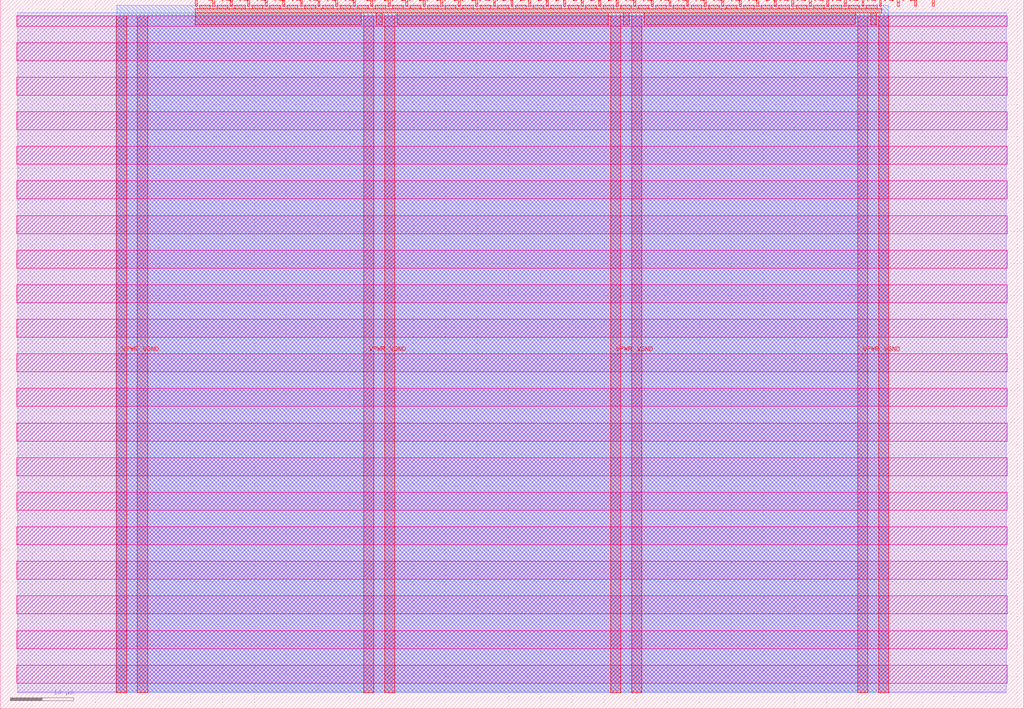
<source format=lef>
VERSION 5.7 ;
  NOWIREEXTENSIONATPIN ON ;
  DIVIDERCHAR "/" ;
  BUSBITCHARS "[]" ;
MACRO tt_um_wokwi_408237988946759681
  CLASS BLOCK ;
  FOREIGN tt_um_wokwi_408237988946759681 ;
  ORIGIN 0.000 0.000 ;
  SIZE 161.000 BY 111.520 ;
  PIN VGND
    DIRECTION INOUT ;
    USE GROUND ;
    PORT
      LAYER met4 ;
        RECT 21.580 2.480 23.180 109.040 ;
    END
    PORT
      LAYER met4 ;
        RECT 60.450 2.480 62.050 109.040 ;
    END
    PORT
      LAYER met4 ;
        RECT 99.320 2.480 100.920 109.040 ;
    END
    PORT
      LAYER met4 ;
        RECT 138.190 2.480 139.790 109.040 ;
    END
  END VGND
  PIN VPWR
    DIRECTION INOUT ;
    USE POWER ;
    PORT
      LAYER met4 ;
        RECT 18.280 2.480 19.880 109.040 ;
    END
    PORT
      LAYER met4 ;
        RECT 57.150 2.480 58.750 109.040 ;
    END
    PORT
      LAYER met4 ;
        RECT 96.020 2.480 97.620 109.040 ;
    END
    PORT
      LAYER met4 ;
        RECT 134.890 2.480 136.490 109.040 ;
    END
  END VPWR
  PIN clk
    DIRECTION INPUT ;
    USE SIGNAL ;
    PORT
      LAYER met4 ;
        RECT 143.830 110.520 144.130 111.520 ;
    END
  END clk
  PIN ena
    DIRECTION INPUT ;
    USE SIGNAL ;
    PORT
      LAYER met4 ;
        RECT 146.590 110.520 146.890 111.520 ;
    END
  END ena
  PIN rst_n
    DIRECTION INPUT ;
    USE SIGNAL ;
    PORT
      LAYER met4 ;
        RECT 141.070 110.520 141.370 111.520 ;
    END
  END rst_n
  PIN ui_in[0]
    DIRECTION INPUT ;
    USE SIGNAL ;
    ANTENNAGATEAREA 0.196500 ;
    PORT
      LAYER met4 ;
        RECT 138.310 110.520 138.610 111.520 ;
    END
  END ui_in[0]
  PIN ui_in[1]
    DIRECTION INPUT ;
    USE SIGNAL ;
    ANTENNAGATEAREA 0.196500 ;
    PORT
      LAYER met4 ;
        RECT 135.550 110.520 135.850 111.520 ;
    END
  END ui_in[1]
  PIN ui_in[2]
    DIRECTION INPUT ;
    USE SIGNAL ;
    ANTENNAGATEAREA 0.196500 ;
    PORT
      LAYER met4 ;
        RECT 132.790 110.520 133.090 111.520 ;
    END
  END ui_in[2]
  PIN ui_in[3]
    DIRECTION INPUT ;
    USE SIGNAL ;
    ANTENNAGATEAREA 0.196500 ;
    PORT
      LAYER met4 ;
        RECT 130.030 110.520 130.330 111.520 ;
    END
  END ui_in[3]
  PIN ui_in[4]
    DIRECTION INPUT ;
    USE SIGNAL ;
    ANTENNAGATEAREA 0.159000 ;
    PORT
      LAYER met4 ;
        RECT 127.270 110.520 127.570 111.520 ;
    END
  END ui_in[4]
  PIN ui_in[5]
    DIRECTION INPUT ;
    USE SIGNAL ;
    ANTENNAGATEAREA 0.159000 ;
    PORT
      LAYER met4 ;
        RECT 124.510 110.520 124.810 111.520 ;
    END
  END ui_in[5]
  PIN ui_in[6]
    DIRECTION INPUT ;
    USE SIGNAL ;
    ANTENNAGATEAREA 0.159000 ;
    PORT
      LAYER met4 ;
        RECT 121.750 110.520 122.050 111.520 ;
    END
  END ui_in[6]
  PIN ui_in[7]
    DIRECTION INPUT ;
    USE SIGNAL ;
    ANTENNAGATEAREA 0.159000 ;
    PORT
      LAYER met4 ;
        RECT 118.990 110.520 119.290 111.520 ;
    END
  END ui_in[7]
  PIN uio_in[0]
    DIRECTION INPUT ;
    USE SIGNAL ;
    PORT
      LAYER met4 ;
        RECT 116.230 110.520 116.530 111.520 ;
    END
  END uio_in[0]
  PIN uio_in[1]
    DIRECTION INPUT ;
    USE SIGNAL ;
    PORT
      LAYER met4 ;
        RECT 113.470 110.520 113.770 111.520 ;
    END
  END uio_in[1]
  PIN uio_in[2]
    DIRECTION INPUT ;
    USE SIGNAL ;
    PORT
      LAYER met4 ;
        RECT 110.710 110.520 111.010 111.520 ;
    END
  END uio_in[2]
  PIN uio_in[3]
    DIRECTION INPUT ;
    USE SIGNAL ;
    PORT
      LAYER met4 ;
        RECT 107.950 110.520 108.250 111.520 ;
    END
  END uio_in[3]
  PIN uio_in[4]
    DIRECTION INPUT ;
    USE SIGNAL ;
    PORT
      LAYER met4 ;
        RECT 105.190 110.520 105.490 111.520 ;
    END
  END uio_in[4]
  PIN uio_in[5]
    DIRECTION INPUT ;
    USE SIGNAL ;
    PORT
      LAYER met4 ;
        RECT 102.430 110.520 102.730 111.520 ;
    END
  END uio_in[5]
  PIN uio_in[6]
    DIRECTION INPUT ;
    USE SIGNAL ;
    PORT
      LAYER met4 ;
        RECT 99.670 110.520 99.970 111.520 ;
    END
  END uio_in[6]
  PIN uio_in[7]
    DIRECTION INPUT ;
    USE SIGNAL ;
    PORT
      LAYER met4 ;
        RECT 96.910 110.520 97.210 111.520 ;
    END
  END uio_in[7]
  PIN uio_oe[0]
    DIRECTION OUTPUT ;
    USE SIGNAL ;
    ANTENNADIFFAREA 0.445500 ;
    PORT
      LAYER met4 ;
        RECT 49.990 110.520 50.290 111.520 ;
    END
  END uio_oe[0]
  PIN uio_oe[1]
    DIRECTION OUTPUT ;
    USE SIGNAL ;
    ANTENNADIFFAREA 0.445500 ;
    PORT
      LAYER met4 ;
        RECT 47.230 110.520 47.530 111.520 ;
    END
  END uio_oe[1]
  PIN uio_oe[2]
    DIRECTION OUTPUT ;
    USE SIGNAL ;
    ANTENNADIFFAREA 0.445500 ;
    PORT
      LAYER met4 ;
        RECT 44.470 110.520 44.770 111.520 ;
    END
  END uio_oe[2]
  PIN uio_oe[3]
    DIRECTION OUTPUT ;
    USE SIGNAL ;
    ANTENNADIFFAREA 0.445500 ;
    PORT
      LAYER met4 ;
        RECT 41.710 110.520 42.010 111.520 ;
    END
  END uio_oe[3]
  PIN uio_oe[4]
    DIRECTION OUTPUT ;
    USE SIGNAL ;
    ANTENNADIFFAREA 0.445500 ;
    PORT
      LAYER met4 ;
        RECT 38.950 110.520 39.250 111.520 ;
    END
  END uio_oe[4]
  PIN uio_oe[5]
    DIRECTION OUTPUT ;
    USE SIGNAL ;
    ANTENNADIFFAREA 0.445500 ;
    PORT
      LAYER met4 ;
        RECT 36.190 110.520 36.490 111.520 ;
    END
  END uio_oe[5]
  PIN uio_oe[6]
    DIRECTION OUTPUT ;
    USE SIGNAL ;
    ANTENNADIFFAREA 0.445500 ;
    PORT
      LAYER met4 ;
        RECT 33.430 110.520 33.730 111.520 ;
    END
  END uio_oe[6]
  PIN uio_oe[7]
    DIRECTION OUTPUT ;
    USE SIGNAL ;
    ANTENNADIFFAREA 0.445500 ;
    PORT
      LAYER met4 ;
        RECT 30.670 110.520 30.970 111.520 ;
    END
  END uio_oe[7]
  PIN uio_out[0]
    DIRECTION OUTPUT ;
    USE SIGNAL ;
    ANTENNADIFFAREA 0.445500 ;
    PORT
      LAYER met4 ;
        RECT 72.070 110.520 72.370 111.520 ;
    END
  END uio_out[0]
  PIN uio_out[1]
    DIRECTION OUTPUT ;
    USE SIGNAL ;
    ANTENNADIFFAREA 0.445500 ;
    PORT
      LAYER met4 ;
        RECT 69.310 110.520 69.610 111.520 ;
    END
  END uio_out[1]
  PIN uio_out[2]
    DIRECTION OUTPUT ;
    USE SIGNAL ;
    ANTENNADIFFAREA 0.445500 ;
    PORT
      LAYER met4 ;
        RECT 66.550 110.520 66.850 111.520 ;
    END
  END uio_out[2]
  PIN uio_out[3]
    DIRECTION OUTPUT ;
    USE SIGNAL ;
    ANTENNADIFFAREA 0.445500 ;
    PORT
      LAYER met4 ;
        RECT 63.790 110.520 64.090 111.520 ;
    END
  END uio_out[3]
  PIN uio_out[4]
    DIRECTION OUTPUT ;
    USE SIGNAL ;
    ANTENNADIFFAREA 0.445500 ;
    PORT
      LAYER met4 ;
        RECT 61.030 110.520 61.330 111.520 ;
    END
  END uio_out[4]
  PIN uio_out[5]
    DIRECTION OUTPUT ;
    USE SIGNAL ;
    ANTENNADIFFAREA 0.445500 ;
    PORT
      LAYER met4 ;
        RECT 58.270 110.520 58.570 111.520 ;
    END
  END uio_out[5]
  PIN uio_out[6]
    DIRECTION OUTPUT ;
    USE SIGNAL ;
    ANTENNADIFFAREA 0.445500 ;
    PORT
      LAYER met4 ;
        RECT 55.510 110.520 55.810 111.520 ;
    END
  END uio_out[6]
  PIN uio_out[7]
    DIRECTION OUTPUT ;
    USE SIGNAL ;
    ANTENNADIFFAREA 0.445500 ;
    PORT
      LAYER met4 ;
        RECT 52.750 110.520 53.050 111.520 ;
    END
  END uio_out[7]
  PIN uo_out[0]
    DIRECTION OUTPUT ;
    USE SIGNAL ;
    ANTENNADIFFAREA 0.795200 ;
    PORT
      LAYER met4 ;
        RECT 94.150 110.520 94.450 111.520 ;
    END
  END uo_out[0]
  PIN uo_out[1]
    DIRECTION OUTPUT ;
    USE SIGNAL ;
    ANTENNADIFFAREA 0.445500 ;
    PORT
      LAYER met4 ;
        RECT 91.390 110.520 91.690 111.520 ;
    END
  END uo_out[1]
  PIN uo_out[2]
    DIRECTION OUTPUT ;
    USE SIGNAL ;
    ANTENNADIFFAREA 0.445500 ;
    PORT
      LAYER met4 ;
        RECT 88.630 110.520 88.930 111.520 ;
    END
  END uo_out[2]
  PIN uo_out[3]
    DIRECTION OUTPUT ;
    USE SIGNAL ;
    ANTENNADIFFAREA 0.445500 ;
    PORT
      LAYER met4 ;
        RECT 85.870 110.520 86.170 111.520 ;
    END
  END uo_out[3]
  PIN uo_out[4]
    DIRECTION OUTPUT ;
    USE SIGNAL ;
    ANTENNADIFFAREA 0.445500 ;
    PORT
      LAYER met4 ;
        RECT 83.110 110.520 83.410 111.520 ;
    END
  END uo_out[4]
  PIN uo_out[5]
    DIRECTION OUTPUT ;
    USE SIGNAL ;
    ANTENNADIFFAREA 0.445500 ;
    PORT
      LAYER met4 ;
        RECT 80.350 110.520 80.650 111.520 ;
    END
  END uo_out[5]
  PIN uo_out[6]
    DIRECTION OUTPUT ;
    USE SIGNAL ;
    ANTENNADIFFAREA 0.445500 ;
    PORT
      LAYER met4 ;
        RECT 77.590 110.520 77.890 111.520 ;
    END
  END uo_out[6]
  PIN uo_out[7]
    DIRECTION OUTPUT ;
    USE SIGNAL ;
    ANTENNADIFFAREA 0.445500 ;
    PORT
      LAYER met4 ;
        RECT 74.830 110.520 75.130 111.520 ;
    END
  END uo_out[7]
  OBS
      LAYER nwell ;
        RECT 2.570 107.385 158.430 108.990 ;
        RECT 2.570 101.945 158.430 104.775 ;
        RECT 2.570 96.505 158.430 99.335 ;
        RECT 2.570 91.065 158.430 93.895 ;
        RECT 2.570 85.625 158.430 88.455 ;
        RECT 2.570 80.185 158.430 83.015 ;
        RECT 2.570 74.745 158.430 77.575 ;
        RECT 2.570 69.305 158.430 72.135 ;
        RECT 2.570 63.865 158.430 66.695 ;
        RECT 2.570 58.425 158.430 61.255 ;
        RECT 2.570 52.985 158.430 55.815 ;
        RECT 2.570 47.545 158.430 50.375 ;
        RECT 2.570 42.105 158.430 44.935 ;
        RECT 2.570 36.665 158.430 39.495 ;
        RECT 2.570 31.225 158.430 34.055 ;
        RECT 2.570 25.785 158.430 28.615 ;
        RECT 2.570 20.345 158.430 23.175 ;
        RECT 2.570 14.905 158.430 17.735 ;
        RECT 2.570 9.465 158.430 12.295 ;
        RECT 2.570 4.025 158.430 6.855 ;
      LAYER li1 ;
        RECT 2.760 2.635 158.240 108.885 ;
      LAYER met1 ;
        RECT 2.760 2.480 158.240 109.440 ;
      LAYER met2 ;
        RECT 18.310 2.535 139.760 110.685 ;
      LAYER met3 ;
        RECT 18.290 2.555 139.780 110.665 ;
      LAYER met4 ;
        RECT 31.370 110.120 33.030 110.665 ;
        RECT 34.130 110.120 35.790 110.665 ;
        RECT 36.890 110.120 38.550 110.665 ;
        RECT 39.650 110.120 41.310 110.665 ;
        RECT 42.410 110.120 44.070 110.665 ;
        RECT 45.170 110.120 46.830 110.665 ;
        RECT 47.930 110.120 49.590 110.665 ;
        RECT 50.690 110.120 52.350 110.665 ;
        RECT 53.450 110.120 55.110 110.665 ;
        RECT 56.210 110.120 57.870 110.665 ;
        RECT 58.970 110.120 60.630 110.665 ;
        RECT 61.730 110.120 63.390 110.665 ;
        RECT 64.490 110.120 66.150 110.665 ;
        RECT 67.250 110.120 68.910 110.665 ;
        RECT 70.010 110.120 71.670 110.665 ;
        RECT 72.770 110.120 74.430 110.665 ;
        RECT 75.530 110.120 77.190 110.665 ;
        RECT 78.290 110.120 79.950 110.665 ;
        RECT 81.050 110.120 82.710 110.665 ;
        RECT 83.810 110.120 85.470 110.665 ;
        RECT 86.570 110.120 88.230 110.665 ;
        RECT 89.330 110.120 90.990 110.665 ;
        RECT 92.090 110.120 93.750 110.665 ;
        RECT 94.850 110.120 96.510 110.665 ;
        RECT 97.610 110.120 99.270 110.665 ;
        RECT 100.370 110.120 102.030 110.665 ;
        RECT 103.130 110.120 104.790 110.665 ;
        RECT 105.890 110.120 107.550 110.665 ;
        RECT 108.650 110.120 110.310 110.665 ;
        RECT 111.410 110.120 113.070 110.665 ;
        RECT 114.170 110.120 115.830 110.665 ;
        RECT 116.930 110.120 118.590 110.665 ;
        RECT 119.690 110.120 121.350 110.665 ;
        RECT 122.450 110.120 124.110 110.665 ;
        RECT 125.210 110.120 126.870 110.665 ;
        RECT 127.970 110.120 129.630 110.665 ;
        RECT 130.730 110.120 132.390 110.665 ;
        RECT 133.490 110.120 135.150 110.665 ;
        RECT 136.250 110.120 137.910 110.665 ;
        RECT 30.655 109.440 138.625 110.120 ;
        RECT 30.655 107.615 56.750 109.440 ;
        RECT 59.150 107.615 60.050 109.440 ;
        RECT 62.450 107.615 95.620 109.440 ;
        RECT 98.020 107.615 98.920 109.440 ;
        RECT 101.320 107.615 134.490 109.440 ;
        RECT 136.890 107.615 137.790 109.440 ;
  END
END tt_um_wokwi_408237988946759681
END LIBRARY


</source>
